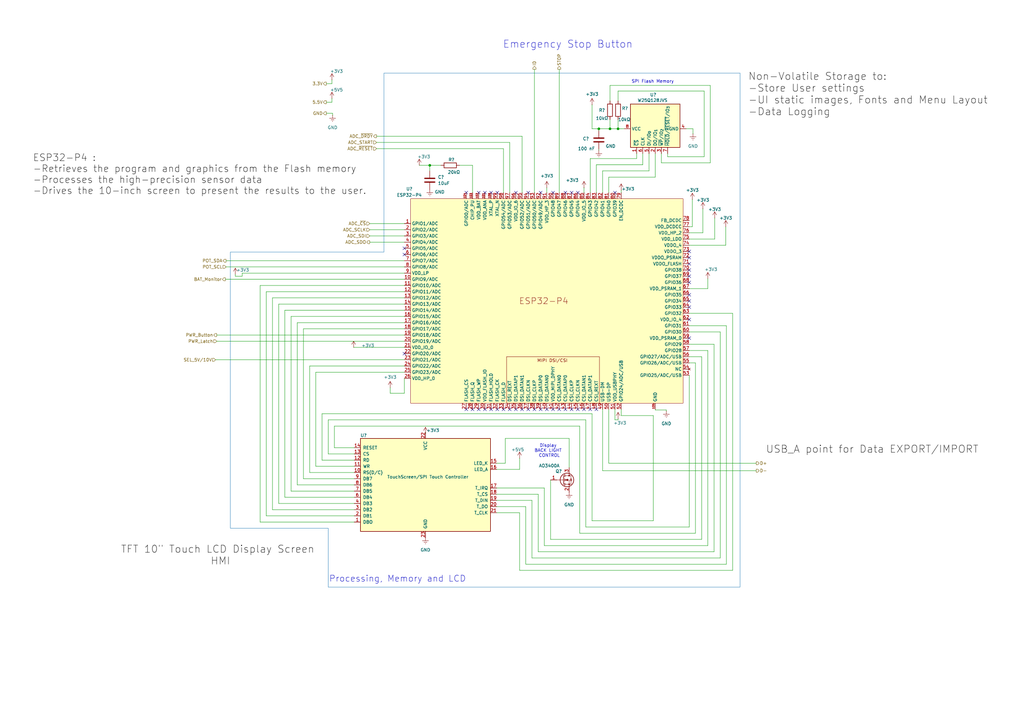
<source format=kicad_sch>
(kicad_sch (version 20250114) (generator "eeschema") (generator_version "9.0")
  (paper "A3")
  (title_block (date "2025-11-28"))
  (lib_symbols
    (symbol "Device:C" (pin_numbers (hide yes)) (pin_names (offset 0.254))
      (property "Reference" "C" (at 0.635 2.54 0))
      (property "Value" "C" (at 0.635 -2.54 0))
      (symbol "C_1_1"
        (pin passive line (at 0 3.81 270) (length 2.794) (name "~") (number "1"))
        (pin passive line (at 0 -3.81 90) (length 2.794) (name "~") (number "2"))
      )
    )
    (symbol "Device:R" (pin_numbers (hide yes)) (pin_names (offset 0))
      (property "Reference" "R" (at 2.032 0 90))
      (property "Value" "R" (at 0 0 90))
      (symbol "R_1_1"
        (pin passive line (at 0 3.81 270) (length 1.27) (name "~") (number "1"))
        (pin passive line (at 0 -3.81 90) (length 1.27) (name "~") (number "2"))
      )
    )
    (symbol "Display_Graphic:EA_eDIPTFT32-ATP" (pin_names (offset 1.016))
      (property "Reference" "U11" (at -15.24 -10.16 0))
      (property "Value" "TouchScreen/SPI Touch Controller" (at -4.318 6.858 0))
      (symbol "EA_eDIPTFT32-ATP_1_1"
        (pin input line (at -17.78 25.4 0) (length 2.54) (name "DBO") (number "1"))
        (pin input line (at -17.78 22.86 0) (length 2.54) (name "DB1") (number "2"))
        (pin input line (at -17.78 20.32 0) (length 2.54) (name "DB2") (number "3"))
        (pin input line (at -17.78 17.78 0) (length 2.54) (name "DB3") (number "4"))
        (pin input line (at -17.78 15.24 0) (length 2.54) (name "DB4") (number "6"))
        (pin input line (at -17.78 12.7 0) (length 2.54) (name "DB5") (number "7"))
        (pin input line (at -17.78 10.16 0) (length 2.54) (name "DB6") (number "8"))
        (pin power_in line (at -17.78 7.62 0) (length 2.54) (name "DB7") (number "9"))
        (pin input line (at -17.78 5.08 0) (length 2.54) (name "RS(D/C)") (number "10"))
        (pin input line (at -17.78 2.54 0) (length 2.54) (name "WR") (number "11"))
        (pin input line (at -17.78 0 0) (length 2.54) (name "RD") (number "12"))
        (pin input line (at -17.78 -2.54 0) (length 2.54) (name "CS") (number "13"))
        (pin input line (at -17.78 -5.08 0) (length 2.54) (name "RESET") (number "14"))
        (pin no_connect line (at -12.7 -8.89 0) (length 2.54) (hide yes) (name "NC") (number "4"))
        (pin power_in line (at 11.43 31.75 270) (length 2.54) (name "GND") (number "23"))
        (pin power_in line (at 11.43 -11.43 90) (length 2.54) (name "VCC") (number "22"))
        (pin input line (at 40.64 21.59 180) (length 2.54) (name "T_CLK") (number "21"))
        (pin input line (at 40.64 19.05 180) (length 2.54) (name "T_DO") (number "20"))
        (pin input line (at 40.64 16.51 180) (length 2.54) (name "T_DIN") (number "19"))
        (pin input line (at 40.64 13.97 180) (length 2.54) (name "T_CS") (number "18"))
        (pin input line (at 40.64 11.43 180) (length 2.54) (name "T_IRQ") (number "17"))
        (pin input line (at 40.64 3.81 180) (length 2.54) (name "LED_A") (number "16"))
        (pin output line (at 40.64 1.27 180) (length 2.54) (name "LED_K") (number "15"))
        (pin no_connect line (at 40.64 -8.89 180) (length 2.54) (hide yes) (name "NC") (number "3"))
      )
    )
    (symbol "Espressif:ESP32-P4"
      (property "Reference" "U" (at -54.61 43.688 0))
      (symbol "ESP32-P4_1_0"
        (pin bidirectional line (at -57.15 8.89 0) (length 2.54) (name "GPIO9/ADC") (number "10"))
        (pin bidirectional line (at -57.15 6.35 0) (length 2.54) (name "GPIO10/ADC") (number "11"))
        (pin bidirectional line (at -57.15 3.81 0) (length 2.54) (name "GPIO11/ADC") (number "12"))
        (pin bidirectional line (at -57.15 1.27 0) (length 2.54) (name "GPIO12/ADC") (number "13"))
        (pin bidirectional line (at -57.15 -1.27 0) (length 2.54) (name "GPIO13/ADC") (number "14"))
        (pin bidirectional line (at -57.15 -3.81 0) (length 2.54) (name "GPIO14/ADC") (number "15"))
        (pin bidirectional line (at -57.15 -6.35 0) (length 2.54) (name "GPIO15/ADC") (number "16"))
        (pin bidirectional line (at -57.15 -8.89 0) (length 2.54) (name "GPIO16/ADC") (number "17"))
        (pin bidirectional line (at -57.15 -11.43 0) (length 2.54) (name "GPIO17/ADC") (number "18"))
        (pin bidirectional line (at -57.15 -13.97 0) (length 2.54) (name "GPIO18/ADC") (number "19"))
        (pin bidirectional line (at -57.15 -16.51 0) (length 2.54) (name "GPIO19/ADC") (number "20"))
        (pin power_in line (at -57.15 -19.05 0) (length 2.54) (name "VDD_IO_0") (number "21"))
        (pin bidirectional line (at -57.15 -21.59 0) (length 2.54) (name "GPIO20/ADC") (number "22"))
        (pin bidirectional line (at -57.15 -24.13 0) (length 2.54) (name "GPIO21/ADC") (number "23"))
        (pin bidirectional line (at -57.15 -26.67 0) (length 2.54) (name "GPIO22/ADC") (number "24"))
        (pin bidirectional line (at -57.15 -29.21 0) (length 2.54) (name "GPIO23/ADC") (number "25"))
        (pin power_in line (at -57.15 -31.75 0) (length 2.54) (name "VDD_HP_0") (number "26"))
        (pin bidirectional line (at -31.75 44.45 270) (length 2.54) (name "GPIO0/ADC") (number "104"))
        (pin bidirectional line (at -31.75 -44.45 90) (length 2.54) (name "FLASH_CS") (number "27"))
        (pin input line (at -29.21 44.45 270) (length 2.54) (name "CHIP_PU") (number "103"))
        (pin bidirectional line (at -29.21 -44.45 90) (length 2.54) (name "FLASH_Q") (number "28"))
        (pin bidirectional line (at -26.67 44.45 270) (length 2.54) (name "VDD_BAT") (number "102"))
        (pin bidirectional line (at -26.67 -44.45 90) (length 2.54) (name "FLASH_WP") (number "29"))
        (pin bidirectional line (at -24.13 44.45 270) (length 2.54) (name "VDD_ANA") (number "101"))
        (pin power_in line (at -24.13 -44.45 90) (length 2.54) (name "VDD_FLASH_IO") (number "30"))
        (pin bidirectional line (at -21.59 44.45 270) (length 2.54) (name "XTAL_P") (number "100"))
        (pin bidirectional line (at -21.59 -44.45 90) (length 2.54) (name "FLASH_HOLD") (number "31"))
        (pin bidirectional line (at -19.05 44.45 270) (length 2.54) (name "XTAL_N") (number "99"))
        (pin bidirectional line (at -19.05 -44.45 90) (length 2.54) (name "FLASH_CK") (number "32"))
        (pin bidirectional line (at -16.51 44.45 270) (length 2.54) (name "GPIO54/ADC") (number "98"))
        (pin bidirectional line (at -16.51 -44.45 90) (length 2.54) (name "FLASH_D") (number "33"))
        (pin bidirectional line (at -13.97 44.45 270) (length 2.54) (name "GPIO53/ADC") (number "97"))
        (pin bidirectional line (at -13.97 -44.45 90) (length 2.54) (name "DSI_REXT") (number "34"))
        (pin power_in line (at -11.43 44.45 270) (length 2.54) (name "VDD_IO_6") (number "96"))
        (pin bidirectional line (at -11.43 -44.45 90) (length 2.54) (name "DSI_DATAP1") (number "35"))
        (pin bidirectional line (at -8.89 44.45 270) (length 2.54) (name "GPIO52/ADC") (number "95"))
        (pin bidirectional line (at -8.89 -44.45 90) (length 2.54) (name "DSI_DATAN1") (number "36"))
        (pin bidirectional line (at -6.35 44.45 270) (length 2.54) (name "GPIO51/ADC") (number "94"))
        (pin bidirectional line (at -6.35 -44.45 90) (length 2.54) (name "DSI_CLKN") (number "37"))
        (pin bidirectional line (at -3.81 44.45 270) (length 2.54) (name "GPIO50/ADC") (number "93"))
        (pin bidirectional line (at -3.81 -44.45 90) (length 2.54) (name "DSI_CLKP") (number "38"))
        (pin bidirectional line (at -1.27 44.45 270) (length 2.54) (name "GPIO49/ADC") (number "92"))
        (pin bidirectional line (at -1.27 -44.45 90) (length 2.54) (name "DSI_DATAP0") (number "39"))
        (pin power_in line (at 1.27 44.45 270) (length 2.54) (name "VDD_HP_3") (number "91"))
        (pin bidirectional line (at 1.27 -44.45 90) (length 2.54) (name "DSI_DATAN0") (number "40"))
        (pin bidirectional line (at 3.81 44.45 270) (length 2.54) (name "GPIO48") (number "90"))
        (pin power_in line (at 3.81 -44.45 90) (length 2.54) (name "VDD_MIPI_DPHY") (number "41"))
        (pin bidirectional line (at 6.35 44.45 270) (length 2.54) (name "GPIO47") (number "89"))
        (pin bidirectional line (at 6.35 -44.45 90) (length 2.54) (name "CSI_DATAN0") (number "42"))
        (pin bidirectional line (at 8.89 44.45 270) (length 2.54) (name "GPIO46") (number "88"))
        (pin bidirectional line (at 8.89 -44.45 90) (length 2.54) (name "CSI_DATAP0") (number "43"))
        (pin bidirectional line (at 11.43 44.45 270) (length 2.54) (name "GPIO45") (number "87"))
        (pin bidirectional line (at 11.43 -44.45 90) (length 2.54) (name "CSI_CLKP") (number "44"))
        (pin bidirectional line (at 13.97 44.45 270) (length 2.54) (name "GPIO44") (number "86"))
        (pin bidirectional line (at 13.97 -44.45 90) (length 2.54) (name "CSI_CLKN") (number "45"))
        (pin power_in line (at 16.51 44.45 270) (length 2.54) (name "VDD_IO_5") (number "85"))
        (pin bidirectional line (at 16.51 -44.45 90) (length 2.54) (name "CSI_DATAN1") (number "46"))
        (pin bidirectional line (at 19.05 44.45 270) (length 2.54) (name "GPIO43") (number "84"))
        (pin bidirectional line (at 19.05 -44.45 90) (length 2.54) (name "CSI_DATAP1") (number "47"))
        (pin bidirectional line (at 21.59 44.45 270) (length 2.54) (name "GPIO42") (number "83"))
        (pin bidirectional line (at 21.59 -44.45 90) (length 2.54) (name "CSI_REXT") (number "48"))
        (pin bidirectional line (at 24.13 44.45 270) (length 2.54) (name "GPIO41") (number "82"))
        (pin bidirectional line (at 24.13 -44.45 90) (length 2.54) (name "USB-DM") (number "49"))
        (pin bidirectional line (at 26.67 44.45 270) (length 2.54) (name "GPIO40") (number "81"))
        (pin bidirectional line (at 26.67 -44.45 90) (length 2.54) (name "USB-DP") (number "50"))
        (pin bidirectional line (at 29.21 44.45 270) (length 2.54) (name "GPIO39") (number "80"))
        (pin power_in line (at 29.21 -44.45 90) (length 2.54) (name "VDD_USBPHY") (number "51"))
        (pin output line (at 31.75 44.45 270) (length 2.54) (name "EN_DCDC") (number "79"))
        (pin bidirectional line (at 31.75 -44.45 90) (length 2.54) (name "GPIO24/ADC/USB") (number "52"))
        (pin power_in line (at 45.72 -44.45 90) (length 2.54) (name "GND") (number "105"))
        (pin bidirectional line (at 59.69 33.02 180) (length 2.54) (name "FB_DCDC") (number "78"))
        (pin power_in line (at 59.69 30.48 180) (length 2.54) (name "VDD_DCDCC") (number "77"))
        (pin power_in line (at 59.69 27.94 180) (length 2.54) (name "VDD_HP_2") (number "76"))
        (pin power_in line (at 59.69 25.4 180) (length 2.54) (name "VDD_LDO") (number "75"))
        (pin power_in line (at 59.69 22.86 180) (length 2.54) (name "VDDO_4") (number "74"))
        (pin power_in line (at 59.69 20.32 180) (length 2.54) (name "VDDO_3") (number "73"))
        (pin power_in line (at 59.69 17.78 180) (length 2.54) (name "VDDO_PSRAM") (number "72"))
        (pin power_in line (at 59.69 15.24 180) (length 2.54) (name "VDDO_FLASH") (number "71"))
        (pin bidirectional line (at 59.69 12.7 180) (length 2.54) (name "GPIO38") (number "70"))
        (pin bidirectional line (at 59.69 10.16 180) (length 2.54) (name "GPIO37") (number "69"))
        (pin bidirectional line (at 59.69 7.62 180) (length 2.54) (name "GPIO36") (number "68"))
        (pin power_in line (at 59.69 5.08 180) (length 2.54) (name "VDD_PSRAM_1") (number "67"))
        (pin bidirectional line (at 59.69 2.54 180) (length 2.54) (name "GPIO35") (number "66"))
        (pin bidirectional line (at 59.69 0 180) (length 2.54) (name "GPIO34") (number "65"))
        (pin bidirectional line (at 59.69 -2.54 180) (length 2.54) (name "GPIO33") (number "64"))
        (pin bidirectional line (at 59.69 -5.08 180) (length 2.54) (name "GPIO32") (number "63"))
        (pin power_in line (at 59.69 -7.62 180) (length 2.54) (name "VDD_IO_4") (number "62"))
        (pin bidirectional line (at 59.69 -10.16 180) (length 2.54) (name "GPIO31") (number "61"))
        (pin bidirectional line (at 59.69 -12.7 180) (length 2.54) (name "GPIO30") (number "60"))
        (pin power_in line (at 59.69 -15.24 180) (length 2.54) (name "VDD_PSRAM_0") (number "59"))
        (pin bidirectional line (at 59.69 -17.78 180) (length 2.54) (name "GPIO29") (number "58"))
        (pin bidirectional line (at 59.69 -20.32 180) (length 2.54) (name "GPIO28") (number "57"))
        (pin bidirectional line (at 59.69 -22.86 180) (length 2.54) (name "GPIO27/ADC/USB") (number "56"))
        (pin bidirectional line (at 59.69 -25.4 180) (length 2.54) (name "GPIO26/ADC/USB") (number "55"))
        (pin no_connect line (at 59.69 -27.94 180) (length 2.54) (name "NC") (number "54"))
        (pin bidirectional line (at 59.69 -30.48 180) (length 2.54) (name "GPIO25/ADC/USB") (number "53"))
      )
      (symbol "ESP32-P4_1_1"
        (text "ESP32-P4" (at 0 0 0) (effects (font (size 2.54 2.54))))
        (text "MIPI DSI/CSI" (at 3.556 -24.384 0) (effects (font (size 1.27 1.27))))
        (pin bidirectional line (at -57.15 31.75 0) (length 2.54) (name "GPIO1/ADC") (number "1"))
        (pin bidirectional line (at -57.15 29.21 0) (length 2.54) (name "GPIO2/ADC") (number "2"))
        (pin bidirectional line (at -57.15 26.67 0) (length 2.54) (name "GPIO3/ADC") (number "3"))
        (pin bidirectional line (at -57.15 24.13 0) (length 2.54) (name "GPIO4/ADC") (number "4"))
        (pin bidirectional line (at -57.15 21.59 0) (length 2.54) (name "GPIO5/ADC") (number "5"))
        (pin bidirectional line (at -57.15 19.05 0) (length 2.54) (name "GPIO6/ADC") (number "6"))
        (pin bidirectional line (at -57.15 16.51 0) (length 2.54) (name "GPIO7/ADC") (number "7"))
        (pin bidirectional line (at -57.15 13.97 0) (length 2.54) (name "GPIO8/ADC") (number "8"))
        (pin power_in line (at -57.15 11.43 0) (length 2.54) (name "VDD_LP") (number "9"))
      )
    )
    (symbol "Memory_Flash:W25Q128JVS"
      (property "Reference" "U" (at -6.35 11.43 0))
      (property "Value" "W25Q128JVS" (at 7.62 11.43 0))
      (symbol "W25Q128JVS_1_1"
        (pin input line (at -10.16 7.62 0) (length 2.54) (name "~{CS}") (number "1"))
        (pin input line (at -10.16 5.08 0) (length 2.54) (name "CLK") (number "6"))
        (pin bidirectional line (at -10.16 2.54 0) (length 2.54) (name "DI/IO_{0}") (number "5"))
        (pin bidirectional line (at -10.16 0 0) (length 2.54) (name "DO/IO_{1}") (number "2"))
        (pin bidirectional line (at -10.16 -2.54 0) (length 2.54) (name "~{WP}/IO_{2}") (number "3"))
        (pin bidirectional line (at -10.16 -5.08 0) (length 2.54) (name "~{HOLD}/~{RESET}/IO_{3}") (number "7"))
        (pin power_in line (at 0 12.7 270) (length 2.54) (name "VCC") (number "8"))
        (pin power_in line (at 0 -12.7 90) (length 2.54) (name "GND") (number "4"))
      )
    )
    (symbol "Transistor_FET:AO3400A" (pin_names (offset 0) (hide yes))
      (property "Reference" "Q" (at 5.08 1.905 0))
      (property "Value" "AO3400A" (at 5.08 0 0))
      (symbol "AO3400A_1_1"
        (pin input line (at -5.08 0 0) (length 2.54) (name "G") (number "1"))
        (pin passive line (at 2.54 5.08 270) (length 2.54) (name "D") (number "3"))
        (pin passive line (at 2.54 -5.08 90) (length 2.54) (name "S") (number "2"))
      )
    )
    (symbol "power:+5V" (power) (pin_numbers (hide yes)) (pin_names (offset 0) (hide yes))
      (property "Value" "+5V" (at 0 3.556 0))
      (symbol "+5V_1_1"
        (pin power_in line (at 0 0 90) (length 0) (name "~") (number "1"))
      )
    )
    (symbol "power:GNDREF" (power) (pin_numbers (hide yes)) (pin_names (offset 0) (hide yes))
      (property "Value" "GNDREF" (at 0 -3.81 0))
      (symbol "GNDREF_1_1"
        (pin power_in line (at 0 0 270) (length 0) (name "~") (number "1"))
      )
    )
    (symbol "power:VCC" (power) (pin_numbers (hide yes)) (pin_names (offset 0) (hide yes))
      (property "Value" "VCC" (at 0 3.556 0))
      (symbol "VCC_1_1"
        (pin power_in line (at 0 0 90) (length 0) (name "~") (number "1"))
      )
    )
  )
  (text "SPI Flash Memory\n" (at 267.716 33.528 0) (effects (font (size 1.27 1.27))))
  (text "Display \nBACK LIGHT \nCONTROL\n" (at 225.298 184.912 0) (effects (font (size 1.27 1.27))))
  (text "USB_A point for Data EXPORT/IMPORT \n" (at 358.902 184.404 0) (effects (font (size 3 3))))
  (text "Non-Volatile Storage to:\n-Store User settings \n-UI static images, Fonts and Menu Layout\n-Data Logging\n\n" (at 306.832 41.148 0) (effects (font (size 3 3)) (justify left)))
  (text "TFT 10\" Touch LCD Display Screen \nHMI" (at 90.424 227.838 0) (effects (font (size 3 3))))
  (text "Emergency Stop Button\n" (at 232.918 18.288 0) (effects (font (size 3 3))))
  (text "Processing, Memory and LCD" (at 163.068 237.49 0) (effects (font (size 2.54 2.54))))
  (text "ESP32-P4 :\n-Retrieves the program and graphics from the Flash memory\n-Processes the high-precision sensor data\n-Drives the 10-inch screen to present the results to the user." (at 13.462 71.628 0) (effects (font (size 2.8 2.8)) (justify left)))
  (junction (at 253.492 52.832))
  (junction (at 250.19 52.832))
  (junction (at 176.276 67.818))
  (junction (at 245.618 52.832))
  (no_connect (at 193.802 167.894))
  (no_connect (at 165.862 145.034))
  (no_connect (at 282.702 131.064))
  (no_connect (at 282.702 113.284))
  (no_connect (at 231.902 167.894))
  (no_connect (at 201.422 78.994))
  (no_connect (at 203.962 167.894))
  (no_connect (at 282.702 103.124))
  (no_connect (at 196.342 78.994))
  (no_connect (at 198.882 78.994))
  (no_connect (at 282.702 115.824))
  (no_connect (at 282.702 110.744))
  (no_connect (at 216.662 167.894))
  (no_connect (at 219.202 167.894))
  (no_connect (at 229.362 167.894))
  (no_connect (at 221.742 78.994))
  (no_connect (at 165.862 101.854))
  (no_connect (at 211.582 167.894))
  (no_connect (at 252.222 78.994))
  (no_connect (at 165.862 104.394))
  (no_connect (at 206.502 167.894))
  (no_connect (at 214.122 167.894))
  (no_connect (at 236.982 78.994))
  (no_connect (at 282.702 105.664))
  (no_connect (at 242.062 167.894))
  (no_connect (at 191.262 78.994))
  (no_connect (at 191.262 167.894))
  (no_connect (at 239.522 167.894))
  (no_connect (at 231.902 78.994))
  (no_connect (at 236.982 167.894))
  (no_connect (at 221.742 167.894))
  (no_connect (at 234.442 167.894))
  (no_connect (at 196.342 167.894))
  (no_connect (at 282.702 125.984))
  (no_connect (at 201.422 167.894))
  (no_connect (at 226.822 78.994))
  (no_connect (at 282.702 123.444))
  (no_connect (at 224.282 167.894))
  (no_connect (at 203.962 78.994))
  (no_connect (at 216.662 78.994))
  (no_connect (at 209.042 167.894))
  (no_connect (at 282.702 138.684))
  (no_connect (at 234.442 78.994))
  (no_connect (at 282.702 108.204))
  (no_connect (at 198.882 167.894))
  (no_connect (at 226.822 167.894))
  (no_connect (at 282.702 120.904))
  (no_connect (at 211.582 78.994))
  (no_connect (at 244.602 167.894))
  (wire (pts (xy 254.762 78.994) (xy 254.762 77.978)))
  (wire (pts (xy 290.322 114.3) (xy 290.322 118.364)))
  (wire (pts (xy 116.84 127.254) (xy 165.862 127.254)))
  (wire (pts (xy 129.54 152.654) (xy 129.54 191.262)))
  (wire (pts (xy 233.426 179.832) (xy 233.426 191.77)))
  (wire (pts (xy 111.76 122.174) (xy 111.76 209.042)))
  (wire (pts (xy 121.92 132.334) (xy 165.862 132.334)))
  (wire (pts (xy 288.798 64.262) (xy 273.812 64.262)))
  (wire (pts (xy 214.122 78.994) (xy 214.122 55.88)))
  (wire (pts (xy 203.708 192.532) (xy 213.106 192.532)))
  (wire (pts (xy 282.702 128.524) (xy 300.482 128.524)))
  (wire (pts (xy 176.276 67.818) (xy 180.848 67.818)))
  (wire (pts (xy 145.288 214.122) (xy 106.68 214.122)))
  (wire (pts (xy 267.97 213.614) (xy 267.97 170.434)))
  (wire (pts (xy 88.392 147.574) (xy 165.862 147.574)))
  (wire (pts (xy 247.142 193.04) (xy 247.142 167.894)))
  (wire (pts (xy 215.646 231.394) (xy 297.942 231.394)))
  (wire (pts (xy 165.862 155.194) (xy 165.862 161.29)))
  (wire (pts (xy 133.858 34.29) (xy 136.144 34.29)))
  (wire (pts (xy 229.362 28.448) (xy 229.362 78.994)))
  (wire (pts (xy 292.862 141.224) (xy 292.862 226.314)))
  (wire (pts (xy 88.9 137.414) (xy 165.862 137.414)))
  (wire (pts (xy 273.304 168.148) (xy 273.304 168.656)))
  (wire (pts (xy 282.702 92.964) (xy 283.972 92.964)))
  (wire (pts (xy 99.314 113.284) (xy 99.314 112.014)))
  (wire (pts (xy 218.186 205.232) (xy 218.186 228.854)))
  (wire (pts (xy 99.314 112.014) (xy 165.862 112.014)))
  (wire (pts (xy 250.19 52.832) (xy 253.492 52.832)))
  (wire (pts (xy 124.46 196.342) (xy 145.288 196.342)))
  (wire (pts (xy 127 193.802) (xy 145.288 193.802)))
  (wire (pts (xy 288.29 85.598) (xy 288.29 95.504)))
  (wire (pts (xy 254.762 170.434) (xy 267.97 170.434)))
  (wire (pts (xy 114.3 124.714) (xy 114.3 206.502)))
  (wire (pts (xy 151.638 94.234) (xy 165.862 94.234)))
  (wire (pts (xy 92.71 109.474) (xy 165.862 109.474)))
  (wire (pts (xy 111.76 122.174) (xy 165.862 122.174)))
  (wire (pts (xy 250.19 35.052) (xy 291.338 35.052)))
  (wire (pts (xy 271.272 62.992) (xy 271.272 66.802)))
  (wire (pts (xy 252.222 172.212) (xy 253.492 172.212)))
  (wire (pts (xy 242.824 169.672) (xy 242.824 213.614)))
  (wire (pts (xy 253.492 52.832) (xy 256.032 52.832)))
  (wire (pts (xy 295.402 136.144) (xy 295.402 228.854)))
  (wire (pts (xy 292.862 141.224) (xy 282.702 141.224)))
  (wire (pts (xy 300.482 128.524) (xy 300.482 233.934)))
  (wire (pts (xy 116.84 127.254) (xy 116.84 203.962)))
  (wire (pts (xy 287.782 146.304) (xy 287.782 221.234)))
  (wire (pts (xy 240.284 172.212) (xy 240.284 216.154)))
  (wire (pts (xy 151.638 91.694) (xy 165.862 91.694)))
  (wire (pts (xy 237.744 218.694) (xy 285.242 218.694)))
  (wire (pts (xy 207.264 189.992) (xy 203.708 189.992)))
  (wire (pts (xy 223.266 200.152) (xy 223.266 223.774)))
  (wire (pts (xy 154.432 60.96) (xy 206.502 60.96)))
  (wire (pts (xy 239.522 76.962) (xy 239.522 78.994)))
  (wire (pts (xy 249.682 189.992) (xy 249.682 167.894)))
  (wire (pts (xy 121.92 132.334) (xy 121.92 198.882)))
  (wire (pts (xy 174.498 177.292) (xy 174.498 177.8)))
  (wire (pts (xy 92.456 114.554) (xy 165.862 114.554)))
  (wire (pts (xy 282.702 148.844) (xy 285.242 148.844)))
  (wire (pts (xy 290.322 143.764) (xy 282.702 143.764)))
  (wire (pts (xy 291.338 66.802) (xy 291.338 35.052)))
  (wire (pts (xy 249.682 189.992) (xy 310.134 189.992)))
  (wire (pts (xy 242.824 52.832) (xy 245.618 52.832)))
  (wire (pts (xy 154.432 58.42) (xy 209.042 58.42)))
  (wire (pts (xy 160.02 161.29) (xy 165.862 161.29)))
  (wire (pts (xy 225.806 196.85) (xy 225.806 221.234)))
  (wire (pts (xy 268.732 168.148) (xy 268.732 167.894)))
  (wire (pts (xy 154.432 55.88) (xy 214.122 55.88)))
  (wire (pts (xy 203.708 210.312) (xy 213.106 210.312)))
  (wire (pts (xy 225.806 221.234) (xy 287.782 221.234)))
  (wire (pts (xy 223.266 223.774) (xy 290.322 223.774)))
  (wire (pts (xy 136.398 46.482) (xy 136.398 47.244)))
  (wire (pts (xy 96.52 113.284) (xy 96.52 112.522)))
  (wire (pts (xy 119.38 129.794) (xy 165.862 129.794)))
  (wire (pts (xy 160.02 159.004) (xy 160.02 161.29)))
  (wire (pts (xy 282.702 95.504) (xy 288.29 95.504)))
  (wire (pts (xy 245.618 52.832) (xy 250.19 52.832)))
  (wire (pts (xy 207.264 179.832) (xy 233.426 179.832)))
  (wire (pts (xy 116.84 203.962) (xy 145.288 203.962)))
  (wire (pts (xy 219.202 28.448) (xy 219.202 78.994)))
  (wire (pts (xy 207.264 179.832) (xy 207.264 189.992)))
  (wire (pts (xy 249.682 78.994) (xy 249.682 72.644)))
  (wire (pts (xy 171.958 67.818) (xy 176.276 67.818)))
  (wire (pts (xy 266.192 70.104) (xy 266.192 62.992)))
  (wire (pts (xy 245.618 61.722) (xy 245.618 61.214)))
  (wire (pts (xy 145.288 183.642) (xy 137.16 183.642)))
  (wire (pts (xy 137.16 183.642) (xy 137.16 174.752)))
  (wire (pts (xy 282.702 98.044) (xy 293.116 98.044)))
  (wire (pts (xy 145.034 142.494) (xy 165.862 142.494)))
  (wire (pts (xy 220.726 202.692) (xy 220.726 226.314)))
  (wire (pts (xy 242.824 213.614) (xy 267.97 213.614)))
  (wire (pts (xy 124.46 134.874) (xy 165.862 134.874)))
  (wire (pts (xy 297.688 92.964) (xy 297.688 100.584)))
  (wire (pts (xy 244.602 67.564) (xy 263.652 67.564)))
  (wire (pts (xy 247.142 70.104) (xy 266.192 70.104)))
  (wire (pts (xy 106.68 117.094) (xy 106.68 214.122)))
  (wire (pts (xy 124.46 134.874) (xy 124.46 196.342)))
  (wire (pts (xy 129.54 152.654) (xy 165.862 152.654)))
  (wire (pts (xy 242.062 78.994) (xy 242.062 65.024)))
  (wire (pts (xy 145.288 211.582) (xy 109.22 211.582)))
  (wire (pts (xy 282.702 118.364) (xy 290.322 118.364)))
  (wire (pts (xy 134.62 186.182) (xy 134.62 172.212)))
  (wire (pts (xy 121.92 198.882) (xy 145.288 198.882)))
  (wire (pts (xy 247.142 78.994) (xy 247.142 70.104)))
  (wire (pts (xy 145.288 188.722) (xy 132.08 188.722)))
  (wire (pts (xy 253.492 37.338) (xy 288.798 37.338)))
  (wire (pts (xy 129.54 191.262) (xy 145.288 191.262)))
  (wire (pts (xy 88.9 139.954) (xy 165.862 139.954)))
  (wire (pts (xy 273.304 168.148) (xy 268.732 168.148)))
  (wire (pts (xy 106.68 117.094) (xy 165.862 117.094)))
  (wire (pts (xy 249.682 72.644) (xy 268.732 72.644)))
  (wire (pts (xy 252.222 167.894) (xy 252.222 172.212)))
  (wire (pts (xy 213.106 233.934) (xy 300.482 233.934)))
  (wire (pts (xy 253.492 41.402) (xy 253.492 37.338)))
  (wire (pts (xy 206.502 60.96) (xy 206.502 78.994)))
  (wire (pts (xy 293.116 98.044) (xy 293.116 89.408)))
  (wire (pts (xy 263.652 67.564) (xy 263.652 62.992)))
  (wire (pts (xy 114.3 206.502) (xy 145.288 206.502)))
  (wire (pts (xy 188.468 67.818) (xy 193.802 67.818)))
  (wire (pts (xy 133.858 41.91) (xy 136.144 41.91)))
  (wire (pts (xy 176.276 67.818) (xy 176.276 70.104)))
  (wire (pts (xy 245.618 53.594) (xy 245.618 52.832)))
  (wire (pts (xy 224.282 76.962) (xy 224.282 78.994)))
  (wire (pts (xy 119.38 201.422) (xy 145.288 201.422)))
  (wire (pts (xy 136.144 32.766) (xy 136.144 34.29)))
  (wire (pts (xy 261.112 65.024) (xy 261.112 62.992)))
  (wire (pts (xy 145.288 209.042) (xy 111.76 209.042)))
  (wire (pts (xy 133.858 46.482) (xy 136.398 46.482)))
  (wire (pts (xy 99.314 113.284) (xy 96.52 113.284)))
  (wire (pts (xy 290.322 143.764) (xy 290.322 223.774)))
  (wire (pts (xy 282.702 100.584) (xy 297.688 100.584)))
  (wire (pts (xy 285.242 148.844) (xy 285.242 218.694)))
  (wire (pts (xy 283.972 81.788) (xy 283.972 92.964)))
  (wire (pts (xy 237.744 174.752) (xy 237.744 218.694)))
  (wire (pts (xy 203.708 200.152) (xy 223.266 200.152)))
  (wire (pts (xy 250.19 49.022) (xy 250.19 52.832)))
  (wire (pts (xy 213.106 210.312) (xy 213.106 233.934)))
  (wire (pts (xy 268.732 62.992) (xy 268.732 72.644)))
  (wire (pts (xy 254.762 167.894) (xy 254.762 170.434)))
  (wire (pts (xy 218.186 228.854) (xy 295.402 228.854)))
  (wire (pts (xy 209.042 78.994) (xy 209.042 58.42)))
  (wire (pts (xy 203.708 207.772) (xy 215.646 207.772)))
  (wire (pts (xy 203.708 202.692) (xy 220.726 202.692)))
  (wire (pts (xy 244.602 78.994) (xy 244.602 67.564)))
  (wire (pts (xy 193.802 67.818) (xy 193.802 78.994)))
  (wire (pts (xy 92.71 106.934) (xy 165.862 106.934)))
  (wire (pts (xy 119.38 129.794) (xy 119.38 201.422)))
  (wire (pts (xy 242.824 42.926) (xy 242.824 52.832)))
  (wire (pts (xy 284.226 52.832) (xy 284.226 54.864)))
  (wire (pts (xy 273.812 64.262) (xy 273.812 62.992)))
  (wire (pts (xy 132.08 169.672) (xy 242.824 169.672)))
  (wire (pts (xy 109.22 119.634) (xy 165.862 119.634)))
  (wire (pts (xy 132.08 188.722) (xy 132.08 169.672)))
  (wire (pts (xy 203.708 205.232) (xy 218.186 205.232)))
  (wire (pts (xy 297.942 133.604) (xy 297.942 231.394)))
  (wire (pts (xy 114.3 124.714) (xy 165.862 124.714)))
  (wire (pts (xy 220.726 226.314) (xy 292.862 226.314)))
  (wire (pts (xy 310.134 193.04) (xy 247.142 193.04)))
  (wire (pts (xy 109.22 119.634) (xy 109.22 211.582)))
  (wire (pts (xy 127 150.114) (xy 165.862 150.114)))
  (wire (pts (xy 288.798 37.338) (xy 288.798 64.262)))
  (wire (pts (xy 213.106 192.532) (xy 213.106 187.96)))
  (wire (pts (xy 253.492 171.704) (xy 253.492 172.212)))
  (wire (pts (xy 136.144 40.386) (xy 136.144 41.91)))
  (wire (pts (xy 253.492 49.022) (xy 253.492 52.832)))
  (wire (pts (xy 151.638 96.774) (xy 165.862 96.774)))
  (wire (pts (xy 145.288 186.182) (xy 134.62 186.182)))
  (wire (pts (xy 282.702 153.924) (xy 282.702 216.154)))
  (wire (pts (xy 271.272 66.802) (xy 291.338 66.802)))
  (wire (pts (xy 134.62 172.212) (xy 240.284 172.212)))
  (wire (pts (xy 250.19 41.402) (xy 250.19 35.052)))
  (wire (pts (xy 137.16 174.752) (xy 237.744 174.752)))
  (wire (pts (xy 127 193.802) (xy 127 150.114)))
  (wire (pts (xy 282.702 136.144) (xy 295.402 136.144)))
  (wire (pts (xy 151.638 99.314) (xy 165.862 99.314)))
  (wire (pts (xy 287.782 146.304) (xy 282.702 146.304)))
  (wire (pts (xy 282.702 133.604) (xy 297.942 133.604)))
  (wire (pts (xy 242.062 65.024) (xy 261.112 65.024)))
  (wire (pts (xy 240.284 216.154) (xy 282.702 216.154)))
  (wire (pts (xy 281.432 52.832) (xy 284.226 52.832)))
  (wire (pts (xy 215.646 207.772) (xy 215.646 231.394)))
  (hierarchical_label "PWR_Button" (shape output) (at 88.9 137.414 180))
  (hierarchical_label "POT_SDA" (shape output) (at 92.71 106.934 180))
  (hierarchical_label "ADC_~{CS}" (shape input) (at 151.638 91.694 180))
  (hierarchical_label "PWR_Latch" (shape input) (at 88.9 139.954 180))
  (hierarchical_label "ADC_START" (shape input) (at 154.432 58.42 180))
  (hierarchical_label "GND" (shape output) (at 133.858 46.482 180))
  (hierarchical_label "SEL_5V{slash}10V" (shape input) (at 88.392 147.574 180))
  (hierarchical_label "STOP" (shape output) (at 229.362 28.448 90))
  (hierarchical_label "ID" (shape output) (at 219.202 28.448 90))
  (hierarchical_label "ADC_SDO" (shape output) (at 151.638 99.314 180))
  (hierarchical_label "ADC_SCLK" (shape input) (at 151.638 94.234 180))
  (hierarchical_label "D+" (shape output) (at 310.134 189.992 0))
  (hierarchical_label "5.5V" (shape output) (at 133.858 41.91 180))
  (hierarchical_label "ADC_SDI" (shape input) (at 151.638 96.774 180))
  (hierarchical_label "BAT_Monitor" (shape output) (at 92.456 114.554 180))
  (hierarchical_label "POT_SCL" (shape input) (at 92.71 109.474 180))
  (hierarchical_label "ADC_~{DRDY}" (shape output) (at 154.432 55.88 180))
  (hierarchical_label "3.3V" (shape output) (at 133.858 34.29 180))
  (hierarchical_label "ADC_~{RESET}" (shape input) (at 154.432 60.96 180))
  (hierarchical_label "D-" (shape output) (at 310.134 193.04 0))
  (rule_area (polyline (pts (xy 303.53 29.972) (xy 157.48 29.972) (xy 157.48 103.378) (xy 94.488 103.378) (xy 94.488 216.662) (xy 134.62 216.662) (xy 134.62 236.728) (xy 134.62 237.49) (xy 134.62 240.792) (xy 137.668 240.792) (xy 303.53 240.792) (xy 303.53 235.966)) (stroke (width 0) (color 33 122 182 1))))
  (symbol (lib_id "Device:C") (at 245.618 57.404 0) (unit 1)
    (property "Reference" "C?" (at 239.014 56.896 0) (effects (justify left)))
    (property "Value" "100 nF" (at 236.982 60.96 0) (effects (justify left)))
    (property "Footprint" "Capacitor_SMD:C_0805_2012Metric" (effects (hide yes)))
    (property "Description" "Unpolarized capacitor" (effects (hide yes)))
  )
  (symbol (lib_id "power:VCC") (at 290.322 114.3 0) (unit 1)
    (property "Reference" "#PWR?" (effects (hide yes)))
    (property "Value" "+3V3" (at 291.592 110.49 0))
    (property "Description" "Power symbol creates a global label with name \"VCC\"" (effects (hide yes)))
  )
  (symbol (lib_id "power:VCC") (at 174.498 177.8 0) (unit 1)
    (property "Reference" "#PWR?" (effects (hide yes)))
    (property "Value" "+3V3" (at 177.546 176.53 0))
    (property "Description" "Power symbol creates a global label with name \"VCC\"" (effects (hide yes)))
  )
  (symbol (lib_id "power:+5V") (at 213.106 187.96 0) (unit 1)
    (property "Reference" "#PWR?" (effects (hide yes)))
    (property "Value" "+5V5" (at 212.344 184.404 0))
    (property "Description" "Power symbol creates a global label with name \"+5V\"" (effects (hide yes)))
  )
  (symbol (lib_id "power:GNDREF") (at 245.618 61.722 0) (mirror y) (unit 1)
    (property "Reference" "#PWR?" (effects (hide yes)))
    (property "Value" "GND" (at 250.444 59.944 0))
    (property "Description" "Power symbol creates a global label with name \"GNDREF\" , reference supply ground" (effects (hide yes)))
  )
  (symbol (lib_id "power:GNDREF") (at 176.276 77.724 0) (mirror y) (unit 1)
    (property "Reference" "#PWR?" (effects (hide yes)))
    (property "Value" "GND" (at 180.34 78.74 0))
    (property "Description" "Power symbol creates a global label with name \"GNDREF\" , reference supply ground" (effects (hide yes)))
  )
  (symbol (lib_id "power:VCC") (at 171.958 67.818 0) (unit 1)
    (property "Reference" "#PWR?" (effects (hide yes)))
    (property "Value" "+3V3" (at 171.196 64.262 0) (effects (justify left)))
    (property "Description" "Power symbol creates a global label with name \"VCC\"" (effects (hide yes)))
  )
  (symbol (lib_id "power:VCC") (at 136.144 32.766 0) (unit 1)
    (property "Reference" "#PWR?" (effects (hide yes)))
    (property "Value" "+3V3" (at 135.382 29.21 0) (effects (justify left)))
    (property "Description" "Power symbol creates a global label with name \"VCC\"" (effects (hide yes)))
  )
  (symbol (lib_id "Device:C") (at 176.276 73.914 0) (unit 1)
    (property "Reference" "C?" (at 179.578 72.6439 0) (effects (justify left)))
    (property "Value" "10uF" (at 179.578 75.1839 0) (effects (justify left)))
    (property "Footprint" "Capacitor_SMD:C_1206_3216Metric" (effects (hide yes)))
    (property "Description" "Unpolarized capacitor" (effects (hide yes)))
  )
  (symbol (lib_id "power:VCC") (at 160.02 159.004 0) (unit 1)
    (property "Reference" "#PWR?" (effects (hide yes)))
    (property "Value" "+3V3" (at 160.02 154.686 0))
    (property "Description" "Power symbol creates a global label with name \"VCC\"" (effects (hide yes)))
  )
  (symbol (lib_id "Memory_Flash:W25Q128JVS") (at 268.732 52.832 90) (unit 1)
    (property "Reference" "U?" (at 269.24 38.862 90) (effects (justify left)))
    (property "Value" "W25Q128JVS" (at 273.812 41.148 90) (effects (justify left)))
    (property "Footprint" "Package_SO:SOIC-8_5.3x5.3mm_P1.27mm" (effects (hide yes)))
    (property "Datasheet" "https://www.winbond.com/resource-files/w25q128jv_dtr%20revc%2003272018%20plus.pdf" (effects (hide yes)))
    (property "Description" "128Mbit / 16MiB Serial Flash Memory, Standard/Dual/Quad SPI, 2.7-3.6V, SOIC-8" (effects (hide yes)))
  )
  (symbol (lib_id "Device:R") (at 184.658 67.818 90) (unit 1)
    (property "Reference" "R?" (at 185.166 65.532 90))
    (property "Value" "20kΩ" (at 186.182 70.612 90))
    (property "Footprint" "Resistor_SMD:R_0805_2012Metric" (effects (hide yes)))
    (property "Description" "Resistor" (effects (hide yes)))
  )
  (symbol (lib_id "Transistor_FET:AO3400A") (at 230.886 196.85 0) (unit 1)
    (property "Reference" "Q?" (at 227.838 193.294 0) (effects (justify left)))
    (property "Value" "AO3400A" (at 220.98 191.008 0) (effects (justify left)))
    (property "Footprint" "Package_TO_SOT_SMD:SOT-23" (effects (hide yes)))
    (property "Datasheet" "http://www.aosmd.com/pdfs/datasheet/AO3400A.pdf" (effects (hide yes)))
    (property "Description" "30V Vds, 5.7A Id, N-Channel MOSFET, SOT-23" (effects (hide yes)))
  )
  (symbol (lib_id "power:VCC") (at 293.116 89.408 0) (unit 1)
    (property "Reference" "#PWR?" (effects (hide yes)))
    (property "Value" "+3V3" (at 293.116 85.852 0))
    (property "Description" "Power symbol creates a global label with name \"VCC\"" (effects (hide yes)))
  )
  (symbol (lib_id "Device:R") (at 250.19 45.212 0) (unit 1)
    (property "Reference" "R?" (at 245.618 45.212 0) (effects (justify left)))
    (property "Value" "10kΩ" (at 244.348 48.514 0) (effects (justify left)))
    (property "Footprint" "Resistor_SMD:R_0805_2012Metric" (effects (hide yes)))
    (property "Description" "Resistor" (effects (hide yes)))
  )
  (symbol (lib_id "power:VCC") (at 254.762 77.978 0) (unit 1)
    (property "Reference" "#PWR?" (effects (hide yes)))
    (property "Value" "+3V3" (at 257.556 77.47 0))
    (property "Description" "Power symbol creates a global label with name \"VCC\"" (effects (hide yes)))
  )
  (symbol (lib_id "power:VCC") (at 297.688 92.964 0) (unit 1)
    (property "Reference" "#PWR?" (effects (hide yes)))
    (property "Value" "+3V3" (at 297.688 89.408 0))
    (property "Description" "Power symbol creates a global label with name \"VCC\"" (effects (hide yes)))
  )
  (symbol (lib_id "power:VCC") (at 136.144 40.386 0) (unit 1)
    (property "Reference" "#PWR?" (effects (hide yes)))
    (property "Value" "+5V5" (at 135.382 36.83 0) (effects (justify left)))
    (property "Description" "Power symbol creates a global label with name \"VCC\"" (effects (hide yes)))
  )
  (symbol (lib_id "power:VCC") (at 242.824 42.926 0) (unit 1)
    (property "Reference" "#PWR?" (effects (hide yes)))
    (property "Value" "+3V3" (at 242.824 38.608 0))
    (property "Description" "Power symbol creates a global label with name \"VCC\"" (effects (hide yes)))
  )
  (symbol (lib_id "power:VCC") (at 96.52 112.522 0) (unit 1)
    (property "Reference" "#PWR?" (effects (hide yes)))
    (property "Value" "+3V3" (at 99.568 110.744 0))
    (property "Description" "Power symbol creates a global label with name \"VCC\"" (effects (hide yes)))
  )
  (symbol (lib_id "power:VCC") (at 224.282 76.962 0) (unit 1)
    (property "Reference" "#PWR?" (effects (hide yes)))
    (property "Value" "+3V3" (at 224.282 72.136 0))
    (property "Description" "Power symbol creates a global label with name \"VCC\"" (effects (hide yes)))
  )
  (symbol (lib_id "power:VCC") (at 145.034 142.494 0) (unit 1)
    (property "Reference" "#PWR?" (effects (hide yes)))
    (property "Value" "+3V3" (at 150.876 141.732 0))
    (property "Description" "Power symbol creates a global label with name \"VCC\"" (effects (hide yes)))
  )
  (symbol (lib_id "power:GNDREF") (at 136.398 47.244 0) (mirror y) (unit 1)
    (property "Reference" "#PWR?" (effects (hide yes)))
    (property "Value" "GND" (at 136.398 52.324 0))
    (property "Description" "Power symbol creates a global label with name \"GNDREF\" , reference supply ground" (effects (hide yes)))
  )
  (symbol (lib_id "Device:R") (at 253.492 45.212 0) (unit 1)
    (property "Reference" "R?" (at 255.016 44.45 0) (effects (justify left)))
    (property "Value" "10kΩ" (at 253.492 49.022 0) (effects (justify left)))
    (property "Footprint" "Resistor_SMD:R_0805_2012Metric" (effects (hide yes)))
    (property "Description" "Resistor" (effects (hide yes)))
  )
  (symbol (lib_id "power:GNDREF") (at 233.426 201.93 0) (mirror y) (unit 1)
    (property "Reference" "#PWR?" (effects (hide yes)))
    (property "Value" "GND" (at 233.426 207.01 0))
    (property "Description" "Power symbol creates a global label with name \"GNDREF\" , reference supply ground" (effects (hide yes)))
  )
  (symbol (lib_id "power:VCC") (at 253.492 171.704 0) (unit 1)
    (property "Reference" "#PWR?" (effects (hide yes)))
    (property "Value" "+3V3" (at 254.254 173.482 0))
    (property "Description" "Power symbol creates a global label with name \"VCC\"" (effects (hide yes)))
  )
  (symbol (lib_id "power:VCC") (at 239.522 76.962 0) (unit 1)
    (property "Reference" "#PWR?" (effects (hide yes)))
    (property "Value" "+3V3" (at 234.696 73.914 0))
    (property "Description" "Power symbol creates a global label with name \"VCC\"" (effects (hide yes)))
  )
  (symbol (lib_id "power:GNDREF") (at 273.304 168.656 0) (unit 1)
    (property "Reference" "#PWR?" (effects (hide yes)))
    (property "Value" "GND" (at 273.304 173.736 0))
    (property "Description" "Power symbol creates a global label with name \"GNDREF\" , reference supply ground" (effects (hide yes)))
  )
  (symbol (lib_id "power:VCC") (at 283.972 81.788 0) (unit 1)
    (property "Reference" "#PWR?" (effects (hide yes)))
    (property "Value" "+3V3" (at 283.972 77.978 0))
    (property "Description" "Power symbol creates a global label with name \"VCC\"" (effects (hide yes)))
  )
  (symbol (lib_id "Espressif:ESP32-P4") (at 223.012 123.444 0) (unit 1)
    (property "Reference" "U?" (at 167.894 77.47 0))
    (property "Value" "ESP32-P4" (at 167.894 80.01 0))
    (property "Footprint" "gp-components:ESP32-P4" (effects (hide yes)))
    (property "Description" "High-performance MCU with one RISC-V 32-bit dual-core microprocessor and one single-core microprocessor" (effects (hide yes)))
  )
  (symbol (lib_id "power:GNDREF") (at 174.498 220.472 0) (mirror y) (unit 1)
    (property "Reference" "#PWR?" (effects (hide yes)))
    (property "Value" "GND" (at 174.498 225.552 0))
    (property "Description" "Power symbol creates a global label with name \"GNDREF\" , reference supply ground" (effects (hide yes)))
  )
  (symbol (lib_id "power:GNDREF") (at 284.226 54.864 0) (mirror y) (unit 1)
    (property "Reference" "#PWR?" (effects (hide yes)))
    (property "Value" "GND" (at 284.226 59.944 0))
    (property "Description" "Power symbol creates a global label with name \"GNDREF\" , reference supply ground" (effects (hide yes)))
  )
  (symbol (lib_id "Display_Graphic:EA_eDIPTFT32-ATP") (at 163.068 188.722 0) (mirror x) (unit 1)
    (property "Reference" "U?" (at 147.828 178.562 0) (effects (justify left)))
    (property "Value" "TouchScreen/SPI Touch Controller" (at 158.75 195.58 0) (effects (justify left)))
    (property "Footprint" "FH28-50S-0.5SH_05:FH2850S05SH05" (effects (hide yes)))
    (property "Datasheet" "http://www.lcd-module.com/fileadmin/eng/pdf/grafik/ediptft43-ae.pdf" (effects (hide yes)))
    (property "Description" "TFT graphical display with touch panel, 320x240, 16 bit colour, LED backlight, 3.3V - 5V VDD, RS-232, I2C or SPI" (effects (hide yes)))
  )
  (symbol (lib_id "power:VCC") (at 288.29 85.598 0) (unit 1)
    (property "Reference" "#PWR?" (effects (hide yes)))
    (property "Value" "+3V3" (at 288.29 82.042 0))
    (property "Description" "Power symbol creates a global label with name \"VCC\"" (effects (hide yes)))
  )
)
</source>
